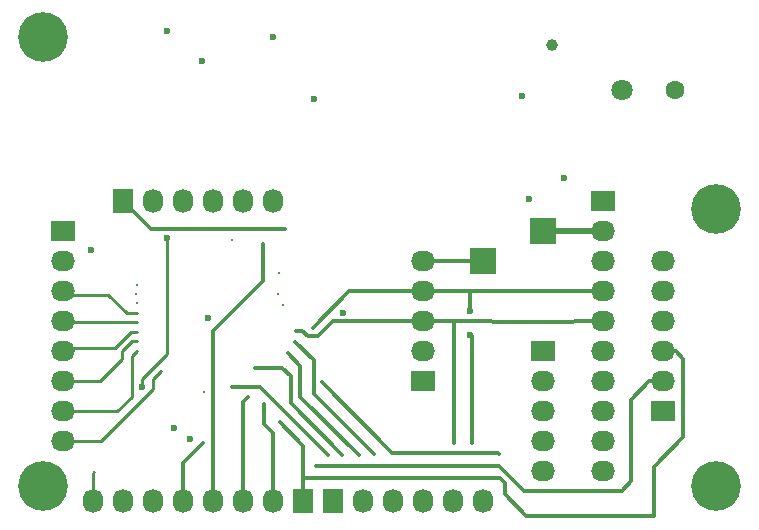
<source format=gbr>
%TF.GenerationSoftware,KiCad,Pcbnew,(after 2015-mar-04 BZR unknown)-product*%
%TF.CreationDate,2015-05-27T15:40:32-04:00*%
%TF.JobID,arduinoquad,61726475696E6F717561642E6B696361,rev?*%
%TF.FileFunction,Copper,L2,Inr,Signal*%
%FSLAX46Y46*%
G04 Gerber Fmt 4.6, Leading zero omitted, Abs format (unit mm)*
G04 Created by KiCad (PCBNEW (after 2015-mar-04 BZR unknown)-product) date 27/05/2015 3:40:32 PM*
%MOMM*%
G01*
G04 APERTURE LIST*
%ADD10C,0.100000*%
%ADD11R,2.032000X1.727200*%
%ADD12O,2.032000X1.727200*%
%ADD13C,1.600000*%
%ADD14C,1.800000*%
%ADD15C,4.200000*%
%ADD16R,2.235200X2.235200*%
%ADD17R,1.727200X2.032000*%
%ADD18O,1.727200X2.032000*%
%ADD19C,0.600000*%
%ADD20C,1.000000*%
%ADD21C,0.300000*%
%ADD22C,0.250000*%
%ADD23C,0.300000*%
%ADD24C,0.500000*%
G04 APERTURE END LIST*
D10*
D11*
X193040000Y-106680000D03*
D12*
X193040000Y-104140000D03*
X193040000Y-101600000D03*
X193040000Y-99060000D03*
X193040000Y-96520000D03*
X193040000Y-93980000D03*
D13*
X194000000Y-79500000D03*
D14*
X189500000Y-79500000D03*
D15*
X140500000Y-75000000D03*
X197500000Y-89500000D03*
X197500000Y-113000000D03*
X140500000Y-113000000D03*
D11*
X172720000Y-104140000D03*
D12*
X172720000Y-101600000D03*
X172720000Y-99060000D03*
X172720000Y-96520000D03*
X172720000Y-93980000D03*
D16*
X177800000Y-93980000D03*
X182880000Y-91440000D03*
D11*
X182880000Y-101600000D03*
D12*
X182880000Y-104140000D03*
X182880000Y-106680000D03*
X182880000Y-109220000D03*
X182880000Y-111760000D03*
D17*
X147320000Y-88900000D03*
D18*
X149860000Y-88900000D03*
X152400000Y-88900000D03*
X154940000Y-88900000D03*
X157480000Y-88900000D03*
X160020000Y-88900000D03*
D17*
X162560000Y-114300000D03*
D18*
X160020000Y-114300000D03*
X157480000Y-114300000D03*
X154940000Y-114300000D03*
X152400000Y-114300000D03*
X149860000Y-114300000D03*
X147320000Y-114300000D03*
X144780000Y-114300000D03*
D17*
X165100000Y-114300000D03*
D18*
X167640000Y-114300000D03*
X170180000Y-114300000D03*
X172720000Y-114300000D03*
X175260000Y-114300000D03*
X177800000Y-114300000D03*
D11*
X142240000Y-91440000D03*
D12*
X142240000Y-93980000D03*
X142240000Y-96520000D03*
X142240000Y-99060000D03*
X142240000Y-101600000D03*
X142240000Y-104140000D03*
X142240000Y-106680000D03*
X142240000Y-109220000D03*
D11*
X187960000Y-88900000D03*
D12*
X187960000Y-91440000D03*
X187960000Y-93980000D03*
X187960000Y-96520000D03*
X187960000Y-99060000D03*
X187960000Y-101600000D03*
X187960000Y-104140000D03*
X187960000Y-106680000D03*
X187960000Y-109220000D03*
X187960000Y-111760000D03*
D19*
X148900000Y-104630000D03*
X151000000Y-92000000D03*
X152950000Y-109050000D03*
X165925000Y-98350000D03*
X154500000Y-98750000D03*
X151000000Y-74500000D03*
X160000000Y-75000000D03*
X154000000Y-77000000D03*
X181640480Y-88696800D03*
X181051200Y-79979520D03*
D20*
X183600000Y-75650000D03*
D19*
X144600000Y-93000000D03*
D21*
X154100000Y-105050000D03*
D19*
X151600000Y-108050000D03*
D21*
X161000000Y-91200000D03*
X164100000Y-104230000D03*
X179100000Y-110275000D03*
X159260000Y-106090000D03*
X160430000Y-96780000D03*
X163600000Y-111300000D03*
X160540000Y-107600000D03*
X160790000Y-97680000D03*
X161930000Y-99860000D03*
X175290000Y-109320000D03*
X163350000Y-99590000D03*
D19*
X176690000Y-98210000D03*
X176690000Y-100190000D03*
D21*
X176800000Y-109330000D03*
X159140000Y-92510000D03*
X154090000Y-109360000D03*
X156500000Y-92160000D03*
X148500000Y-95975000D03*
X148425000Y-96725000D03*
X144850000Y-111800000D03*
X148450000Y-97525000D03*
X148450000Y-98350000D03*
X148450000Y-99100000D03*
X148450000Y-99950000D03*
X148450000Y-100750000D03*
X148450000Y-101550000D03*
X150500000Y-103275000D03*
X164670000Y-110390000D03*
X156500000Y-104630000D03*
X165850000Y-110340000D03*
X158500000Y-102990000D03*
X161220000Y-101710000D03*
X167250000Y-110390000D03*
X161850000Y-100770000D03*
X168520000Y-110260000D03*
X157890000Y-105460000D03*
X160490000Y-95000000D03*
D19*
X184600000Y-86900000D03*
X163450000Y-80250000D03*
D22*
X148900000Y-103900000D02*
X151000000Y-101800000D01*
X151000000Y-101800000D02*
X151000000Y-92000000D01*
X148900000Y-104630000D02*
X148900000Y-103900000D01*
D23*
X149620000Y-91200000D02*
X147320000Y-88900000D01*
X161000000Y-91200000D02*
X149620000Y-91200000D01*
X170040000Y-110170000D02*
X164100000Y-104230000D01*
X179020000Y-110195000D02*
X170040000Y-110170000D01*
X179100000Y-110275000D02*
X179020000Y-110195000D01*
X160020000Y-108470000D02*
X159260000Y-107710000D01*
X159260000Y-107710000D02*
X159260000Y-106090000D01*
X160020000Y-114300000D02*
X160020000Y-108470000D01*
X191860000Y-104140000D02*
X190300000Y-105700000D01*
X190300000Y-105700000D02*
X190300000Y-112600000D01*
X190300000Y-112600000D02*
X189500000Y-113400000D01*
X189500000Y-113400000D02*
X181200000Y-113400000D01*
X181200000Y-113400000D02*
X179100000Y-111300000D01*
X179100000Y-111300000D02*
X163600000Y-111300000D01*
X193040000Y-104140000D02*
X191860000Y-104140000D01*
X194700000Y-102200000D02*
X194700000Y-108875000D01*
X193040000Y-101600000D02*
X194100000Y-101600000D01*
X179230000Y-112330000D02*
X162560000Y-112330000D01*
X179600000Y-112700000D02*
X179230000Y-112330000D01*
X179600000Y-113700000D02*
X179600000Y-112700000D01*
X181400000Y-115500000D02*
X179600000Y-113700000D01*
X192200000Y-115500000D02*
X181400000Y-115500000D01*
X194100000Y-101600000D02*
X194700000Y-102200000D01*
X192200000Y-111375000D02*
X192200000Y-115500000D01*
X194700000Y-108875000D02*
X192200000Y-111375000D01*
X162560000Y-112330000D02*
X162560000Y-114300000D01*
X162560000Y-109620000D02*
X160540000Y-107600000D01*
X162560000Y-112330000D02*
X162560000Y-109620000D01*
X165100000Y-99060000D02*
X163830000Y-100330000D01*
X163830000Y-100330000D02*
X162910000Y-100330000D01*
X162910000Y-100330000D02*
X162440000Y-99860000D01*
X162440000Y-99860000D02*
X161930000Y-99860000D01*
X172720000Y-99060000D02*
X165100000Y-99060000D01*
X182900000Y-99075000D02*
X181750000Y-99075000D01*
X175270000Y-99060000D02*
X172720000Y-99060000D01*
X181750000Y-99075000D02*
X175270000Y-99060000D01*
X187960000Y-99060000D02*
X182900000Y-99075000D01*
X175270000Y-109300000D02*
X175290000Y-109320000D01*
X175270000Y-99060000D02*
X175270000Y-109300000D01*
X166420000Y-96520000D02*
X163350000Y-99590000D01*
X172720000Y-96520000D02*
X166420000Y-96520000D01*
X182400000Y-96525000D02*
X179850000Y-96520000D01*
X176690000Y-96520000D02*
X172720000Y-96520000D01*
X179850000Y-96520000D02*
X176690000Y-96520000D01*
X187960000Y-96520000D02*
X182400000Y-96525000D01*
X176690000Y-100190000D02*
X176800000Y-100300000D01*
X176800000Y-100300000D02*
X176800000Y-109330000D01*
X176690000Y-96520000D02*
X176690000Y-98210000D01*
X172720000Y-93980000D02*
X177800000Y-93980000D01*
X154940000Y-99830000D02*
X159140000Y-95630000D01*
X159140000Y-95630000D02*
X159140000Y-92510000D01*
X154940000Y-114300000D02*
X154940000Y-99830000D01*
X152400000Y-111050000D02*
X154090000Y-109360000D01*
X152400000Y-114300000D02*
X152400000Y-111050000D01*
D22*
X144780000Y-111870000D02*
X144850000Y-111800000D01*
X144780000Y-114300000D02*
X144780000Y-111870000D01*
X142520000Y-96800000D02*
X142240000Y-96520000D01*
X147600000Y-98350000D02*
X146050000Y-96800000D01*
X146050000Y-96800000D02*
X142520000Y-96800000D01*
X148450000Y-98350000D02*
X147600000Y-98350000D01*
X142280000Y-99100000D02*
X142240000Y-99060000D01*
X142280000Y-99100000D02*
X148450000Y-99100000D01*
X142565000Y-101275000D02*
X142240000Y-101600000D01*
X147950000Y-99950000D02*
X146625000Y-101275000D01*
X146625000Y-101275000D02*
X142565000Y-101275000D01*
X148450000Y-99950000D02*
X147950000Y-99950000D01*
X148025000Y-100750000D02*
X147225000Y-101550000D01*
X147225000Y-101550000D02*
X147225000Y-102225000D01*
X147225000Y-102225000D02*
X145310000Y-104140000D01*
X145310000Y-104140000D02*
X142240000Y-104140000D01*
X148450000Y-100750000D02*
X148025000Y-100750000D01*
X148450000Y-101550000D02*
X148050000Y-101950000D01*
X148050000Y-101950000D02*
X148050000Y-105425000D01*
X148050000Y-105425000D02*
X146795000Y-106680000D01*
X146795000Y-106680000D02*
X142240000Y-106680000D01*
X150500000Y-103275000D02*
X149825000Y-103950000D01*
X149825000Y-103950000D02*
X149825000Y-104800000D01*
X149825000Y-104800000D02*
X145405000Y-109220000D01*
X145405000Y-109220000D02*
X142240000Y-109220000D01*
D23*
X164670000Y-110390000D02*
X158910000Y-104630000D01*
X158910000Y-104630000D02*
X156500000Y-104630000D01*
X165850000Y-110340000D02*
X161470000Y-105960000D01*
X161470000Y-105960000D02*
X161470000Y-103690000D01*
X161470000Y-103690000D02*
X160770000Y-102990000D01*
X160770000Y-102990000D02*
X158500000Y-102990000D01*
X162310000Y-102800000D02*
X161220000Y-101710000D01*
X162310000Y-105450000D02*
X162310000Y-102800000D01*
X167250000Y-110390000D02*
X162310000Y-105450000D01*
X163430000Y-102350000D02*
X161850000Y-100770000D01*
X163430000Y-105170000D02*
X163430000Y-102350000D01*
X168520000Y-110260000D02*
X163430000Y-105170000D01*
X157480000Y-105870000D02*
X157890000Y-105460000D01*
X157480000Y-114300000D02*
X157480000Y-105870000D01*
D24*
X187960000Y-91440000D02*
X182880000Y-91440000D01*
M02*

</source>
